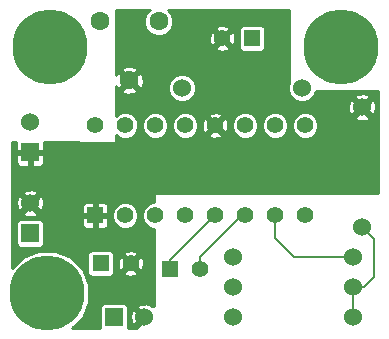
<source format=gbl>
G04 (created by PCBNEW-RS274X (2012-01-19 BZR 3256)-stable) date 15/02/2013 14:55:32*
G01*
G70*
G90*
%MOIN*%
G04 Gerber Fmt 3.4, Leading zero omitted, Abs format*
%FSLAX34Y34*%
G04 APERTURE LIST*
%ADD10C,0.006000*%
%ADD11R,0.055000X0.055000*%
%ADD12C,0.055000*%
%ADD13C,0.250000*%
%ADD14R,0.060000X0.060000*%
%ADD15C,0.060000*%
%ADD16C,0.063000*%
%ADD17C,0.008000*%
%ADD18C,0.010000*%
G04 APERTURE END LIST*
G54D10*
G54D11*
X11960Y-15500D03*
G54D12*
X12960Y-15500D03*
X13960Y-15500D03*
X14960Y-15500D03*
X15960Y-15500D03*
X16960Y-15500D03*
X17960Y-15500D03*
X18960Y-15500D03*
X18960Y-12500D03*
X17960Y-12500D03*
X16960Y-12500D03*
X15960Y-12500D03*
X14960Y-12500D03*
X13960Y-12500D03*
X12960Y-12500D03*
X11960Y-12500D03*
G54D11*
X17195Y-09595D03*
G54D12*
X16195Y-09595D03*
G54D11*
X14460Y-17300D03*
G54D12*
X15460Y-17300D03*
G54D13*
X10460Y-09900D03*
G54D14*
X09800Y-13400D03*
G54D15*
X09800Y-12400D03*
X20560Y-17900D03*
X16560Y-17900D03*
X16560Y-18900D03*
X20560Y-18900D03*
X20860Y-11900D03*
X20860Y-15900D03*
X20560Y-16900D03*
X16560Y-16900D03*
X18870Y-11240D03*
X14870Y-11240D03*
G54D13*
X20160Y-09900D03*
G54D14*
X12600Y-18900D03*
G54D15*
X13600Y-18900D03*
G54D14*
X09800Y-16100D03*
G54D15*
X09800Y-15100D03*
G54D11*
X12150Y-17100D03*
G54D12*
X13150Y-17100D03*
G54D16*
X14084Y-09030D03*
X12116Y-09030D03*
X13100Y-10999D03*
G54D13*
X10350Y-18100D03*
G54D17*
X21260Y-17550D02*
X21260Y-16300D01*
X21260Y-16300D02*
X20860Y-15900D01*
X20560Y-17900D02*
X20560Y-18900D01*
X20910Y-17900D02*
X21260Y-17550D01*
X20560Y-17900D02*
X20910Y-17900D01*
X14460Y-17300D02*
X14460Y-17000D01*
X14460Y-17000D02*
X15960Y-15500D01*
X16960Y-15500D02*
X16860Y-15500D01*
X16860Y-15500D02*
X15460Y-16900D01*
X15460Y-16900D02*
X15460Y-17300D01*
X20560Y-16900D02*
X18600Y-16900D01*
X17960Y-16260D02*
X17960Y-15500D01*
X18600Y-16900D02*
X17960Y-16260D01*
G54D10*
G36*
X21405Y-14750D02*
X21325Y-14750D01*
X21325Y-11961D01*
X21313Y-11778D01*
X21267Y-11666D01*
X21196Y-11635D01*
X21125Y-11706D01*
X21125Y-11564D01*
X21094Y-11493D01*
X20921Y-11435D01*
X20738Y-11447D01*
X20626Y-11493D01*
X20595Y-11564D01*
X20860Y-11829D01*
X21125Y-11564D01*
X21125Y-11706D01*
X20931Y-11900D01*
X21196Y-12165D01*
X21267Y-12134D01*
X21325Y-11961D01*
X21325Y-14750D01*
X21125Y-14750D01*
X21125Y-12236D01*
X20860Y-11971D01*
X20789Y-12042D01*
X20789Y-11900D01*
X20524Y-11635D01*
X20453Y-11666D01*
X20395Y-11839D01*
X20407Y-12022D01*
X20453Y-12134D01*
X20524Y-12165D01*
X20789Y-11900D01*
X20789Y-12042D01*
X20595Y-12236D01*
X20626Y-12307D01*
X20799Y-12365D01*
X20982Y-12353D01*
X21094Y-12307D01*
X21125Y-12236D01*
X21125Y-14750D01*
X19404Y-14750D01*
X19404Y-12589D01*
X19404Y-12412D01*
X19337Y-12249D01*
X19212Y-12124D01*
X19049Y-12056D01*
X18872Y-12056D01*
X18709Y-12123D01*
X18584Y-12248D01*
X18516Y-12411D01*
X18516Y-12588D01*
X18583Y-12751D01*
X18708Y-12876D01*
X18871Y-12944D01*
X19048Y-12944D01*
X19211Y-12877D01*
X19336Y-12752D01*
X19404Y-12589D01*
X19404Y-14750D01*
X18404Y-14750D01*
X18404Y-12589D01*
X18404Y-12412D01*
X18337Y-12249D01*
X18212Y-12124D01*
X18049Y-12056D01*
X17872Y-12056D01*
X17709Y-12123D01*
X17640Y-12192D01*
X17640Y-09904D01*
X17640Y-09836D01*
X17640Y-09286D01*
X17614Y-09224D01*
X17566Y-09176D01*
X17504Y-09150D01*
X17436Y-09150D01*
X16886Y-09150D01*
X16824Y-09176D01*
X16776Y-09224D01*
X16750Y-09286D01*
X16750Y-09354D01*
X16750Y-09904D01*
X16776Y-09966D01*
X16824Y-10014D01*
X16886Y-10040D01*
X16954Y-10040D01*
X17504Y-10040D01*
X17566Y-10014D01*
X17614Y-09966D01*
X17640Y-09904D01*
X17640Y-12192D01*
X17584Y-12248D01*
X17516Y-12411D01*
X17516Y-12588D01*
X17583Y-12751D01*
X17708Y-12876D01*
X17871Y-12944D01*
X18048Y-12944D01*
X18211Y-12877D01*
X18336Y-12752D01*
X18404Y-12589D01*
X18404Y-14750D01*
X17404Y-14750D01*
X17404Y-12589D01*
X17404Y-12412D01*
X17337Y-12249D01*
X17212Y-12124D01*
X17049Y-12056D01*
X16872Y-12056D01*
X16709Y-12123D01*
X16637Y-12195D01*
X16637Y-09649D01*
X16624Y-09476D01*
X16582Y-09376D01*
X16512Y-09348D01*
X16442Y-09418D01*
X16442Y-09278D01*
X16414Y-09208D01*
X16249Y-09153D01*
X16076Y-09166D01*
X15976Y-09208D01*
X15948Y-09278D01*
X16195Y-09524D01*
X16442Y-09278D01*
X16442Y-09418D01*
X16266Y-09595D01*
X16512Y-09842D01*
X16582Y-09814D01*
X16637Y-09649D01*
X16637Y-12195D01*
X16584Y-12248D01*
X16516Y-12411D01*
X16516Y-12588D01*
X16583Y-12751D01*
X16708Y-12876D01*
X16871Y-12944D01*
X17048Y-12944D01*
X17211Y-12877D01*
X17336Y-12752D01*
X17404Y-12589D01*
X17404Y-14750D01*
X16442Y-14750D01*
X16442Y-09912D01*
X16195Y-09666D01*
X16124Y-09736D01*
X16124Y-09595D01*
X15878Y-09348D01*
X15808Y-09376D01*
X15753Y-09541D01*
X15766Y-09714D01*
X15808Y-09814D01*
X15878Y-09842D01*
X16124Y-09595D01*
X16124Y-09736D01*
X15948Y-09912D01*
X15976Y-09982D01*
X16141Y-10037D01*
X16314Y-10024D01*
X16414Y-09982D01*
X16442Y-09912D01*
X16442Y-14750D01*
X16402Y-14750D01*
X16402Y-12554D01*
X16389Y-12381D01*
X16347Y-12281D01*
X16277Y-12253D01*
X16207Y-12323D01*
X16207Y-12183D01*
X16179Y-12113D01*
X16014Y-12058D01*
X15841Y-12071D01*
X15741Y-12113D01*
X15713Y-12183D01*
X15960Y-12429D01*
X16207Y-12183D01*
X16207Y-12323D01*
X16031Y-12500D01*
X16277Y-12747D01*
X16347Y-12719D01*
X16402Y-12554D01*
X16402Y-14750D01*
X16207Y-14750D01*
X16207Y-12817D01*
X15960Y-12571D01*
X15889Y-12641D01*
X15889Y-12500D01*
X15643Y-12253D01*
X15573Y-12281D01*
X15518Y-12446D01*
X15531Y-12619D01*
X15573Y-12719D01*
X15643Y-12747D01*
X15889Y-12500D01*
X15889Y-12641D01*
X15713Y-12817D01*
X15741Y-12887D01*
X15906Y-12942D01*
X16079Y-12929D01*
X16179Y-12887D01*
X16207Y-12817D01*
X16207Y-14750D01*
X15404Y-14750D01*
X15404Y-12589D01*
X15404Y-12412D01*
X15340Y-12256D01*
X15340Y-11334D01*
X15340Y-11147D01*
X15269Y-10974D01*
X15137Y-10842D01*
X14964Y-10770D01*
X14777Y-10770D01*
X14604Y-10841D01*
X14472Y-10973D01*
X14400Y-11146D01*
X14400Y-11333D01*
X14471Y-11506D01*
X14603Y-11638D01*
X14776Y-11710D01*
X14963Y-11710D01*
X15136Y-11639D01*
X15268Y-11507D01*
X15340Y-11334D01*
X15340Y-12256D01*
X15337Y-12249D01*
X15212Y-12124D01*
X15049Y-12056D01*
X14872Y-12056D01*
X14709Y-12123D01*
X14584Y-12248D01*
X14516Y-12411D01*
X14516Y-12588D01*
X14583Y-12751D01*
X14708Y-12876D01*
X14871Y-12944D01*
X15048Y-12944D01*
X15211Y-12877D01*
X15336Y-12752D01*
X15404Y-12589D01*
X15404Y-14750D01*
X14404Y-14750D01*
X14404Y-12589D01*
X14404Y-12412D01*
X14337Y-12249D01*
X14212Y-12124D01*
X14049Y-12056D01*
X13872Y-12056D01*
X13709Y-12123D01*
X13584Y-12248D01*
X13581Y-12255D01*
X13581Y-11063D01*
X13569Y-10874D01*
X13519Y-10756D01*
X13446Y-10723D01*
X13376Y-10793D01*
X13376Y-10653D01*
X13343Y-10580D01*
X13164Y-10518D01*
X12975Y-10530D01*
X12857Y-10580D01*
X12824Y-10653D01*
X13100Y-10928D01*
X13376Y-10653D01*
X13376Y-10793D01*
X13171Y-10999D01*
X13446Y-11275D01*
X13519Y-11242D01*
X13581Y-11063D01*
X13581Y-12255D01*
X13516Y-12411D01*
X13516Y-12588D01*
X13583Y-12751D01*
X13708Y-12876D01*
X13871Y-12944D01*
X14048Y-12944D01*
X14211Y-12877D01*
X14336Y-12752D01*
X14404Y-12589D01*
X14404Y-14750D01*
X13910Y-14750D01*
X13910Y-15056D01*
X13872Y-15056D01*
X13709Y-15123D01*
X13584Y-15248D01*
X13516Y-15411D01*
X13516Y-15588D01*
X13583Y-15751D01*
X13708Y-15876D01*
X13871Y-15944D01*
X13910Y-15944D01*
X13910Y-18534D01*
X13867Y-18491D01*
X13843Y-18514D01*
X13834Y-18493D01*
X13661Y-18435D01*
X13592Y-18439D01*
X13592Y-17154D01*
X13579Y-16981D01*
X13537Y-16881D01*
X13467Y-16853D01*
X13404Y-16916D01*
X13404Y-15589D01*
X13404Y-15412D01*
X13337Y-15249D01*
X13212Y-15124D01*
X13049Y-15056D01*
X12872Y-15056D01*
X12709Y-15123D01*
X12584Y-15248D01*
X12516Y-15411D01*
X12516Y-15588D01*
X12583Y-15751D01*
X12708Y-15876D01*
X12871Y-15944D01*
X13048Y-15944D01*
X13211Y-15877D01*
X13336Y-15752D01*
X13404Y-15589D01*
X13404Y-16916D01*
X13397Y-16923D01*
X13397Y-16783D01*
X13369Y-16713D01*
X13204Y-16658D01*
X13031Y-16671D01*
X12931Y-16713D01*
X12903Y-16783D01*
X13150Y-17029D01*
X13397Y-16783D01*
X13397Y-16923D01*
X13221Y-17100D01*
X13467Y-17347D01*
X13537Y-17319D01*
X13592Y-17154D01*
X13592Y-18439D01*
X13478Y-18447D01*
X13397Y-18480D01*
X13397Y-17417D01*
X13150Y-17171D01*
X13079Y-17241D01*
X13079Y-17100D01*
X12833Y-16853D01*
X12763Y-16881D01*
X12708Y-17046D01*
X12721Y-17219D01*
X12763Y-17319D01*
X12833Y-17347D01*
X13079Y-17100D01*
X13079Y-17241D01*
X12903Y-17417D01*
X12931Y-17487D01*
X13096Y-17542D01*
X13269Y-17529D01*
X13369Y-17487D01*
X13397Y-17417D01*
X13397Y-18480D01*
X13366Y-18493D01*
X13335Y-18564D01*
X13565Y-18794D01*
X13600Y-18829D01*
X13671Y-18900D01*
X13600Y-18971D01*
X13565Y-19006D01*
X13529Y-19042D01*
X13529Y-18900D01*
X13264Y-18635D01*
X13193Y-18666D01*
X13135Y-18839D01*
X13147Y-19022D01*
X13193Y-19134D01*
X13264Y-19165D01*
X13529Y-18900D01*
X13529Y-19042D01*
X13335Y-19236D01*
X13343Y-19255D01*
X13061Y-19255D01*
X13070Y-19234D01*
X13070Y-19166D01*
X13070Y-18566D01*
X13044Y-18504D01*
X12996Y-18456D01*
X12934Y-18430D01*
X12866Y-18430D01*
X12595Y-18430D01*
X12595Y-17409D01*
X12595Y-17341D01*
X12595Y-16791D01*
X12569Y-16729D01*
X12521Y-16681D01*
X12459Y-16655D01*
X12405Y-16655D01*
X12405Y-15809D01*
X12405Y-15741D01*
X12405Y-15592D01*
X12405Y-15408D01*
X12405Y-15259D01*
X12405Y-15191D01*
X12379Y-15129D01*
X12331Y-15081D01*
X12269Y-15055D01*
X12052Y-15055D01*
X12010Y-15097D01*
X12010Y-15450D01*
X12363Y-15450D01*
X12405Y-15408D01*
X12405Y-15592D01*
X12363Y-15550D01*
X12010Y-15550D01*
X12010Y-15903D01*
X12052Y-15945D01*
X12269Y-15945D01*
X12331Y-15919D01*
X12379Y-15871D01*
X12405Y-15809D01*
X12405Y-16655D01*
X12391Y-16655D01*
X11910Y-16655D01*
X11910Y-15903D01*
X11910Y-15550D01*
X11910Y-15450D01*
X11910Y-15097D01*
X11868Y-15055D01*
X11651Y-15055D01*
X11589Y-15081D01*
X11541Y-15129D01*
X11515Y-15191D01*
X11515Y-15259D01*
X11515Y-15408D01*
X11557Y-15450D01*
X11910Y-15450D01*
X11910Y-15550D01*
X11557Y-15550D01*
X11515Y-15592D01*
X11515Y-15741D01*
X11515Y-15809D01*
X11541Y-15871D01*
X11589Y-15919D01*
X11651Y-15945D01*
X11868Y-15945D01*
X11910Y-15903D01*
X11910Y-16655D01*
X11841Y-16655D01*
X11779Y-16681D01*
X11731Y-16729D01*
X11705Y-16791D01*
X11705Y-16859D01*
X11705Y-17409D01*
X11731Y-17471D01*
X11779Y-17519D01*
X11841Y-17545D01*
X11909Y-17545D01*
X12459Y-17545D01*
X12521Y-17519D01*
X12569Y-17471D01*
X12595Y-17409D01*
X12595Y-18430D01*
X12266Y-18430D01*
X12204Y-18456D01*
X12156Y-18504D01*
X12130Y-18566D01*
X12130Y-18634D01*
X12130Y-19234D01*
X12138Y-19255D01*
X11201Y-19255D01*
X11552Y-18905D01*
X11769Y-18383D01*
X11769Y-17819D01*
X11553Y-17297D01*
X11155Y-16898D01*
X10633Y-16681D01*
X10270Y-16681D01*
X10270Y-16434D01*
X10270Y-16366D01*
X10270Y-15766D01*
X10270Y-13734D01*
X10270Y-13492D01*
X10228Y-13450D01*
X09850Y-13450D01*
X09850Y-13828D01*
X09892Y-13870D01*
X10066Y-13870D01*
X10134Y-13870D01*
X10196Y-13844D01*
X10244Y-13796D01*
X10270Y-13734D01*
X10270Y-15766D01*
X10265Y-15754D01*
X10265Y-15161D01*
X10253Y-14978D01*
X10207Y-14866D01*
X10136Y-14835D01*
X10065Y-14906D01*
X10065Y-14764D01*
X10034Y-14693D01*
X09861Y-14635D01*
X09750Y-14642D01*
X09750Y-13828D01*
X09750Y-13450D01*
X09372Y-13450D01*
X09330Y-13492D01*
X09330Y-13734D01*
X09356Y-13796D01*
X09404Y-13844D01*
X09466Y-13870D01*
X09534Y-13870D01*
X09708Y-13870D01*
X09750Y-13828D01*
X09750Y-14642D01*
X09678Y-14647D01*
X09566Y-14693D01*
X09535Y-14764D01*
X09800Y-15029D01*
X10065Y-14764D01*
X10065Y-14906D01*
X09871Y-15100D01*
X10136Y-15365D01*
X10207Y-15334D01*
X10265Y-15161D01*
X10265Y-15754D01*
X10244Y-15704D01*
X10196Y-15656D01*
X10134Y-15630D01*
X10066Y-15630D01*
X10065Y-15630D01*
X10065Y-15436D01*
X09800Y-15171D01*
X09729Y-15242D01*
X09729Y-15100D01*
X09464Y-14835D01*
X09393Y-14866D01*
X09335Y-15039D01*
X09347Y-15222D01*
X09393Y-15334D01*
X09464Y-15365D01*
X09729Y-15100D01*
X09729Y-15242D01*
X09535Y-15436D01*
X09566Y-15507D01*
X09739Y-15565D01*
X09922Y-15553D01*
X10034Y-15507D01*
X10065Y-15436D01*
X10065Y-15630D01*
X09466Y-15630D01*
X09404Y-15656D01*
X09356Y-15704D01*
X09330Y-15766D01*
X09330Y-15834D01*
X09330Y-16434D01*
X09356Y-16496D01*
X09404Y-16544D01*
X09466Y-16570D01*
X09534Y-16570D01*
X10134Y-16570D01*
X10196Y-16544D01*
X10244Y-16496D01*
X10270Y-16434D01*
X10270Y-16681D01*
X10069Y-16681D01*
X09547Y-16897D01*
X09195Y-17248D01*
X09195Y-13052D01*
X09334Y-13054D01*
X09330Y-13066D01*
X09330Y-13308D01*
X09372Y-13350D01*
X09700Y-13350D01*
X09750Y-13350D01*
X09850Y-13350D01*
X09900Y-13350D01*
X10228Y-13350D01*
X10270Y-13308D01*
X10270Y-13067D01*
X12660Y-13101D01*
X12660Y-12828D01*
X12708Y-12876D01*
X12871Y-12944D01*
X13048Y-12944D01*
X13211Y-12877D01*
X13336Y-12752D01*
X13404Y-12589D01*
X13404Y-12412D01*
X13376Y-12343D01*
X13376Y-11345D01*
X13100Y-11070D01*
X12824Y-11345D01*
X12857Y-11418D01*
X13036Y-11480D01*
X13225Y-11468D01*
X13343Y-11418D01*
X13376Y-11345D01*
X13376Y-12343D01*
X13337Y-12249D01*
X13212Y-12124D01*
X13049Y-12056D01*
X12872Y-12056D01*
X12709Y-12123D01*
X12660Y-12172D01*
X12660Y-11192D01*
X12681Y-11242D01*
X12754Y-11275D01*
X13029Y-10999D01*
X12754Y-10723D01*
X12681Y-10756D01*
X12660Y-10816D01*
X12660Y-08645D01*
X13783Y-08645D01*
X13673Y-08755D01*
X13599Y-08933D01*
X13599Y-09126D01*
X13673Y-09304D01*
X13809Y-09441D01*
X13987Y-09515D01*
X14180Y-09515D01*
X14358Y-09441D01*
X14495Y-09305D01*
X14569Y-09127D01*
X14569Y-08934D01*
X14495Y-08756D01*
X14384Y-08645D01*
X18410Y-08645D01*
X18410Y-11121D01*
X18400Y-11146D01*
X18400Y-11333D01*
X18471Y-11506D01*
X18603Y-11638D01*
X18776Y-11710D01*
X18963Y-11710D01*
X19136Y-11639D01*
X19268Y-11507D01*
X19333Y-11350D01*
X21405Y-11350D01*
X21405Y-14750D01*
X21405Y-14750D01*
G37*
G54D18*
X21405Y-14750D02*
X21325Y-14750D01*
X21325Y-11961D01*
X21313Y-11778D01*
X21267Y-11666D01*
X21196Y-11635D01*
X21125Y-11706D01*
X21125Y-11564D01*
X21094Y-11493D01*
X20921Y-11435D01*
X20738Y-11447D01*
X20626Y-11493D01*
X20595Y-11564D01*
X20860Y-11829D01*
X21125Y-11564D01*
X21125Y-11706D01*
X20931Y-11900D01*
X21196Y-12165D01*
X21267Y-12134D01*
X21325Y-11961D01*
X21325Y-14750D01*
X21125Y-14750D01*
X21125Y-12236D01*
X20860Y-11971D01*
X20789Y-12042D01*
X20789Y-11900D01*
X20524Y-11635D01*
X20453Y-11666D01*
X20395Y-11839D01*
X20407Y-12022D01*
X20453Y-12134D01*
X20524Y-12165D01*
X20789Y-11900D01*
X20789Y-12042D01*
X20595Y-12236D01*
X20626Y-12307D01*
X20799Y-12365D01*
X20982Y-12353D01*
X21094Y-12307D01*
X21125Y-12236D01*
X21125Y-14750D01*
X19404Y-14750D01*
X19404Y-12589D01*
X19404Y-12412D01*
X19337Y-12249D01*
X19212Y-12124D01*
X19049Y-12056D01*
X18872Y-12056D01*
X18709Y-12123D01*
X18584Y-12248D01*
X18516Y-12411D01*
X18516Y-12588D01*
X18583Y-12751D01*
X18708Y-12876D01*
X18871Y-12944D01*
X19048Y-12944D01*
X19211Y-12877D01*
X19336Y-12752D01*
X19404Y-12589D01*
X19404Y-14750D01*
X18404Y-14750D01*
X18404Y-12589D01*
X18404Y-12412D01*
X18337Y-12249D01*
X18212Y-12124D01*
X18049Y-12056D01*
X17872Y-12056D01*
X17709Y-12123D01*
X17640Y-12192D01*
X17640Y-09904D01*
X17640Y-09836D01*
X17640Y-09286D01*
X17614Y-09224D01*
X17566Y-09176D01*
X17504Y-09150D01*
X17436Y-09150D01*
X16886Y-09150D01*
X16824Y-09176D01*
X16776Y-09224D01*
X16750Y-09286D01*
X16750Y-09354D01*
X16750Y-09904D01*
X16776Y-09966D01*
X16824Y-10014D01*
X16886Y-10040D01*
X16954Y-10040D01*
X17504Y-10040D01*
X17566Y-10014D01*
X17614Y-09966D01*
X17640Y-09904D01*
X17640Y-12192D01*
X17584Y-12248D01*
X17516Y-12411D01*
X17516Y-12588D01*
X17583Y-12751D01*
X17708Y-12876D01*
X17871Y-12944D01*
X18048Y-12944D01*
X18211Y-12877D01*
X18336Y-12752D01*
X18404Y-12589D01*
X18404Y-14750D01*
X17404Y-14750D01*
X17404Y-12589D01*
X17404Y-12412D01*
X17337Y-12249D01*
X17212Y-12124D01*
X17049Y-12056D01*
X16872Y-12056D01*
X16709Y-12123D01*
X16637Y-12195D01*
X16637Y-09649D01*
X16624Y-09476D01*
X16582Y-09376D01*
X16512Y-09348D01*
X16442Y-09418D01*
X16442Y-09278D01*
X16414Y-09208D01*
X16249Y-09153D01*
X16076Y-09166D01*
X15976Y-09208D01*
X15948Y-09278D01*
X16195Y-09524D01*
X16442Y-09278D01*
X16442Y-09418D01*
X16266Y-09595D01*
X16512Y-09842D01*
X16582Y-09814D01*
X16637Y-09649D01*
X16637Y-12195D01*
X16584Y-12248D01*
X16516Y-12411D01*
X16516Y-12588D01*
X16583Y-12751D01*
X16708Y-12876D01*
X16871Y-12944D01*
X17048Y-12944D01*
X17211Y-12877D01*
X17336Y-12752D01*
X17404Y-12589D01*
X17404Y-14750D01*
X16442Y-14750D01*
X16442Y-09912D01*
X16195Y-09666D01*
X16124Y-09736D01*
X16124Y-09595D01*
X15878Y-09348D01*
X15808Y-09376D01*
X15753Y-09541D01*
X15766Y-09714D01*
X15808Y-09814D01*
X15878Y-09842D01*
X16124Y-09595D01*
X16124Y-09736D01*
X15948Y-09912D01*
X15976Y-09982D01*
X16141Y-10037D01*
X16314Y-10024D01*
X16414Y-09982D01*
X16442Y-09912D01*
X16442Y-14750D01*
X16402Y-14750D01*
X16402Y-12554D01*
X16389Y-12381D01*
X16347Y-12281D01*
X16277Y-12253D01*
X16207Y-12323D01*
X16207Y-12183D01*
X16179Y-12113D01*
X16014Y-12058D01*
X15841Y-12071D01*
X15741Y-12113D01*
X15713Y-12183D01*
X15960Y-12429D01*
X16207Y-12183D01*
X16207Y-12323D01*
X16031Y-12500D01*
X16277Y-12747D01*
X16347Y-12719D01*
X16402Y-12554D01*
X16402Y-14750D01*
X16207Y-14750D01*
X16207Y-12817D01*
X15960Y-12571D01*
X15889Y-12641D01*
X15889Y-12500D01*
X15643Y-12253D01*
X15573Y-12281D01*
X15518Y-12446D01*
X15531Y-12619D01*
X15573Y-12719D01*
X15643Y-12747D01*
X15889Y-12500D01*
X15889Y-12641D01*
X15713Y-12817D01*
X15741Y-12887D01*
X15906Y-12942D01*
X16079Y-12929D01*
X16179Y-12887D01*
X16207Y-12817D01*
X16207Y-14750D01*
X15404Y-14750D01*
X15404Y-12589D01*
X15404Y-12412D01*
X15340Y-12256D01*
X15340Y-11334D01*
X15340Y-11147D01*
X15269Y-10974D01*
X15137Y-10842D01*
X14964Y-10770D01*
X14777Y-10770D01*
X14604Y-10841D01*
X14472Y-10973D01*
X14400Y-11146D01*
X14400Y-11333D01*
X14471Y-11506D01*
X14603Y-11638D01*
X14776Y-11710D01*
X14963Y-11710D01*
X15136Y-11639D01*
X15268Y-11507D01*
X15340Y-11334D01*
X15340Y-12256D01*
X15337Y-12249D01*
X15212Y-12124D01*
X15049Y-12056D01*
X14872Y-12056D01*
X14709Y-12123D01*
X14584Y-12248D01*
X14516Y-12411D01*
X14516Y-12588D01*
X14583Y-12751D01*
X14708Y-12876D01*
X14871Y-12944D01*
X15048Y-12944D01*
X15211Y-12877D01*
X15336Y-12752D01*
X15404Y-12589D01*
X15404Y-14750D01*
X14404Y-14750D01*
X14404Y-12589D01*
X14404Y-12412D01*
X14337Y-12249D01*
X14212Y-12124D01*
X14049Y-12056D01*
X13872Y-12056D01*
X13709Y-12123D01*
X13584Y-12248D01*
X13581Y-12255D01*
X13581Y-11063D01*
X13569Y-10874D01*
X13519Y-10756D01*
X13446Y-10723D01*
X13376Y-10793D01*
X13376Y-10653D01*
X13343Y-10580D01*
X13164Y-10518D01*
X12975Y-10530D01*
X12857Y-10580D01*
X12824Y-10653D01*
X13100Y-10928D01*
X13376Y-10653D01*
X13376Y-10793D01*
X13171Y-10999D01*
X13446Y-11275D01*
X13519Y-11242D01*
X13581Y-11063D01*
X13581Y-12255D01*
X13516Y-12411D01*
X13516Y-12588D01*
X13583Y-12751D01*
X13708Y-12876D01*
X13871Y-12944D01*
X14048Y-12944D01*
X14211Y-12877D01*
X14336Y-12752D01*
X14404Y-12589D01*
X14404Y-14750D01*
X13910Y-14750D01*
X13910Y-15056D01*
X13872Y-15056D01*
X13709Y-15123D01*
X13584Y-15248D01*
X13516Y-15411D01*
X13516Y-15588D01*
X13583Y-15751D01*
X13708Y-15876D01*
X13871Y-15944D01*
X13910Y-15944D01*
X13910Y-18534D01*
X13867Y-18491D01*
X13843Y-18514D01*
X13834Y-18493D01*
X13661Y-18435D01*
X13592Y-18439D01*
X13592Y-17154D01*
X13579Y-16981D01*
X13537Y-16881D01*
X13467Y-16853D01*
X13404Y-16916D01*
X13404Y-15589D01*
X13404Y-15412D01*
X13337Y-15249D01*
X13212Y-15124D01*
X13049Y-15056D01*
X12872Y-15056D01*
X12709Y-15123D01*
X12584Y-15248D01*
X12516Y-15411D01*
X12516Y-15588D01*
X12583Y-15751D01*
X12708Y-15876D01*
X12871Y-15944D01*
X13048Y-15944D01*
X13211Y-15877D01*
X13336Y-15752D01*
X13404Y-15589D01*
X13404Y-16916D01*
X13397Y-16923D01*
X13397Y-16783D01*
X13369Y-16713D01*
X13204Y-16658D01*
X13031Y-16671D01*
X12931Y-16713D01*
X12903Y-16783D01*
X13150Y-17029D01*
X13397Y-16783D01*
X13397Y-16923D01*
X13221Y-17100D01*
X13467Y-17347D01*
X13537Y-17319D01*
X13592Y-17154D01*
X13592Y-18439D01*
X13478Y-18447D01*
X13397Y-18480D01*
X13397Y-17417D01*
X13150Y-17171D01*
X13079Y-17241D01*
X13079Y-17100D01*
X12833Y-16853D01*
X12763Y-16881D01*
X12708Y-17046D01*
X12721Y-17219D01*
X12763Y-17319D01*
X12833Y-17347D01*
X13079Y-17100D01*
X13079Y-17241D01*
X12903Y-17417D01*
X12931Y-17487D01*
X13096Y-17542D01*
X13269Y-17529D01*
X13369Y-17487D01*
X13397Y-17417D01*
X13397Y-18480D01*
X13366Y-18493D01*
X13335Y-18564D01*
X13565Y-18794D01*
X13600Y-18829D01*
X13671Y-18900D01*
X13600Y-18971D01*
X13565Y-19006D01*
X13529Y-19042D01*
X13529Y-18900D01*
X13264Y-18635D01*
X13193Y-18666D01*
X13135Y-18839D01*
X13147Y-19022D01*
X13193Y-19134D01*
X13264Y-19165D01*
X13529Y-18900D01*
X13529Y-19042D01*
X13335Y-19236D01*
X13343Y-19255D01*
X13061Y-19255D01*
X13070Y-19234D01*
X13070Y-19166D01*
X13070Y-18566D01*
X13044Y-18504D01*
X12996Y-18456D01*
X12934Y-18430D01*
X12866Y-18430D01*
X12595Y-18430D01*
X12595Y-17409D01*
X12595Y-17341D01*
X12595Y-16791D01*
X12569Y-16729D01*
X12521Y-16681D01*
X12459Y-16655D01*
X12405Y-16655D01*
X12405Y-15809D01*
X12405Y-15741D01*
X12405Y-15592D01*
X12405Y-15408D01*
X12405Y-15259D01*
X12405Y-15191D01*
X12379Y-15129D01*
X12331Y-15081D01*
X12269Y-15055D01*
X12052Y-15055D01*
X12010Y-15097D01*
X12010Y-15450D01*
X12363Y-15450D01*
X12405Y-15408D01*
X12405Y-15592D01*
X12363Y-15550D01*
X12010Y-15550D01*
X12010Y-15903D01*
X12052Y-15945D01*
X12269Y-15945D01*
X12331Y-15919D01*
X12379Y-15871D01*
X12405Y-15809D01*
X12405Y-16655D01*
X12391Y-16655D01*
X11910Y-16655D01*
X11910Y-15903D01*
X11910Y-15550D01*
X11910Y-15450D01*
X11910Y-15097D01*
X11868Y-15055D01*
X11651Y-15055D01*
X11589Y-15081D01*
X11541Y-15129D01*
X11515Y-15191D01*
X11515Y-15259D01*
X11515Y-15408D01*
X11557Y-15450D01*
X11910Y-15450D01*
X11910Y-15550D01*
X11557Y-15550D01*
X11515Y-15592D01*
X11515Y-15741D01*
X11515Y-15809D01*
X11541Y-15871D01*
X11589Y-15919D01*
X11651Y-15945D01*
X11868Y-15945D01*
X11910Y-15903D01*
X11910Y-16655D01*
X11841Y-16655D01*
X11779Y-16681D01*
X11731Y-16729D01*
X11705Y-16791D01*
X11705Y-16859D01*
X11705Y-17409D01*
X11731Y-17471D01*
X11779Y-17519D01*
X11841Y-17545D01*
X11909Y-17545D01*
X12459Y-17545D01*
X12521Y-17519D01*
X12569Y-17471D01*
X12595Y-17409D01*
X12595Y-18430D01*
X12266Y-18430D01*
X12204Y-18456D01*
X12156Y-18504D01*
X12130Y-18566D01*
X12130Y-18634D01*
X12130Y-19234D01*
X12138Y-19255D01*
X11201Y-19255D01*
X11552Y-18905D01*
X11769Y-18383D01*
X11769Y-17819D01*
X11553Y-17297D01*
X11155Y-16898D01*
X10633Y-16681D01*
X10270Y-16681D01*
X10270Y-16434D01*
X10270Y-16366D01*
X10270Y-15766D01*
X10270Y-13734D01*
X10270Y-13492D01*
X10228Y-13450D01*
X09850Y-13450D01*
X09850Y-13828D01*
X09892Y-13870D01*
X10066Y-13870D01*
X10134Y-13870D01*
X10196Y-13844D01*
X10244Y-13796D01*
X10270Y-13734D01*
X10270Y-15766D01*
X10265Y-15754D01*
X10265Y-15161D01*
X10253Y-14978D01*
X10207Y-14866D01*
X10136Y-14835D01*
X10065Y-14906D01*
X10065Y-14764D01*
X10034Y-14693D01*
X09861Y-14635D01*
X09750Y-14642D01*
X09750Y-13828D01*
X09750Y-13450D01*
X09372Y-13450D01*
X09330Y-13492D01*
X09330Y-13734D01*
X09356Y-13796D01*
X09404Y-13844D01*
X09466Y-13870D01*
X09534Y-13870D01*
X09708Y-13870D01*
X09750Y-13828D01*
X09750Y-14642D01*
X09678Y-14647D01*
X09566Y-14693D01*
X09535Y-14764D01*
X09800Y-15029D01*
X10065Y-14764D01*
X10065Y-14906D01*
X09871Y-15100D01*
X10136Y-15365D01*
X10207Y-15334D01*
X10265Y-15161D01*
X10265Y-15754D01*
X10244Y-15704D01*
X10196Y-15656D01*
X10134Y-15630D01*
X10066Y-15630D01*
X10065Y-15630D01*
X10065Y-15436D01*
X09800Y-15171D01*
X09729Y-15242D01*
X09729Y-15100D01*
X09464Y-14835D01*
X09393Y-14866D01*
X09335Y-15039D01*
X09347Y-15222D01*
X09393Y-15334D01*
X09464Y-15365D01*
X09729Y-15100D01*
X09729Y-15242D01*
X09535Y-15436D01*
X09566Y-15507D01*
X09739Y-15565D01*
X09922Y-15553D01*
X10034Y-15507D01*
X10065Y-15436D01*
X10065Y-15630D01*
X09466Y-15630D01*
X09404Y-15656D01*
X09356Y-15704D01*
X09330Y-15766D01*
X09330Y-15834D01*
X09330Y-16434D01*
X09356Y-16496D01*
X09404Y-16544D01*
X09466Y-16570D01*
X09534Y-16570D01*
X10134Y-16570D01*
X10196Y-16544D01*
X10244Y-16496D01*
X10270Y-16434D01*
X10270Y-16681D01*
X10069Y-16681D01*
X09547Y-16897D01*
X09195Y-17248D01*
X09195Y-13052D01*
X09334Y-13054D01*
X09330Y-13066D01*
X09330Y-13308D01*
X09372Y-13350D01*
X09700Y-13350D01*
X09750Y-13350D01*
X09850Y-13350D01*
X09900Y-13350D01*
X10228Y-13350D01*
X10270Y-13308D01*
X10270Y-13067D01*
X12660Y-13101D01*
X12660Y-12828D01*
X12708Y-12876D01*
X12871Y-12944D01*
X13048Y-12944D01*
X13211Y-12877D01*
X13336Y-12752D01*
X13404Y-12589D01*
X13404Y-12412D01*
X13376Y-12343D01*
X13376Y-11345D01*
X13100Y-11070D01*
X12824Y-11345D01*
X12857Y-11418D01*
X13036Y-11480D01*
X13225Y-11468D01*
X13343Y-11418D01*
X13376Y-11345D01*
X13376Y-12343D01*
X13337Y-12249D01*
X13212Y-12124D01*
X13049Y-12056D01*
X12872Y-12056D01*
X12709Y-12123D01*
X12660Y-12172D01*
X12660Y-11192D01*
X12681Y-11242D01*
X12754Y-11275D01*
X13029Y-10999D01*
X12754Y-10723D01*
X12681Y-10756D01*
X12660Y-10816D01*
X12660Y-08645D01*
X13783Y-08645D01*
X13673Y-08755D01*
X13599Y-08933D01*
X13599Y-09126D01*
X13673Y-09304D01*
X13809Y-09441D01*
X13987Y-09515D01*
X14180Y-09515D01*
X14358Y-09441D01*
X14495Y-09305D01*
X14569Y-09127D01*
X14569Y-08934D01*
X14495Y-08756D01*
X14384Y-08645D01*
X18410Y-08645D01*
X18410Y-11121D01*
X18400Y-11146D01*
X18400Y-11333D01*
X18471Y-11506D01*
X18603Y-11638D01*
X18776Y-11710D01*
X18963Y-11710D01*
X19136Y-11639D01*
X19268Y-11507D01*
X19333Y-11350D01*
X21405Y-11350D01*
X21405Y-14750D01*
M02*

</source>
